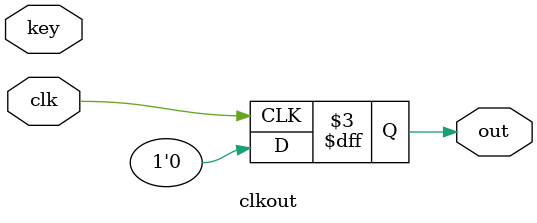
<source format=v>
`timescale 1ns / 1ps


module clkout(
    input clk,
    input key,
    output reg out
    );
    always@(posedge clk)
    begin
    out<=1'b0;
    if(key) out<=1'b0;
    end
endmodule

</source>
